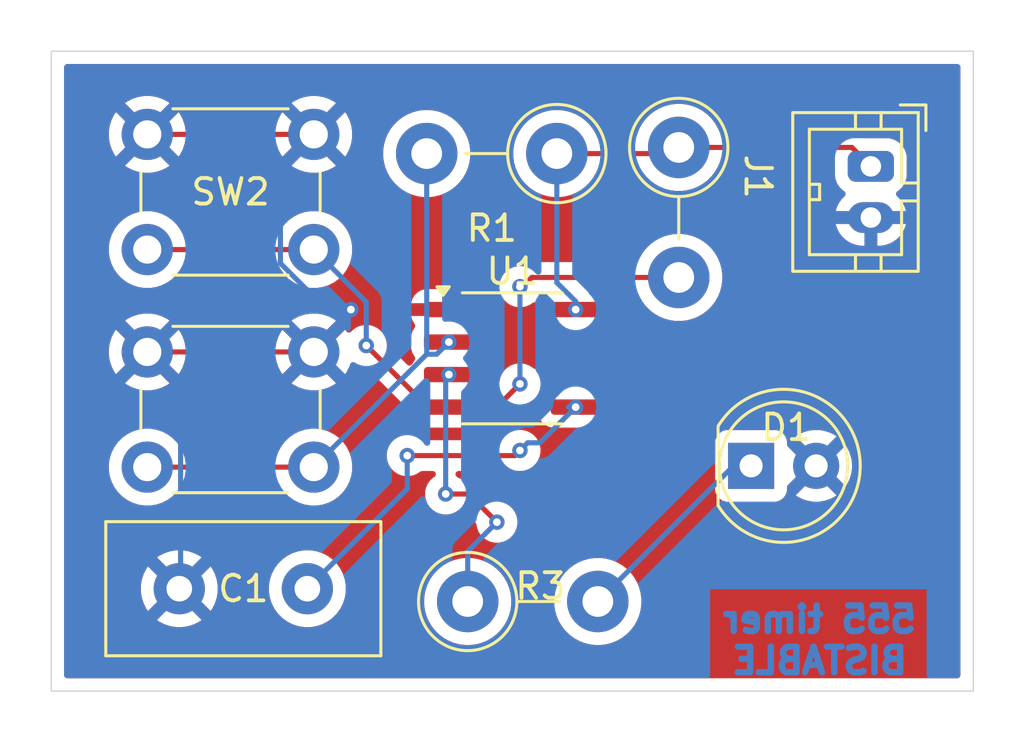
<source format=kicad_pcb>
(kicad_pcb (version 20241229) (generator "pcbnew") (generator_version "9.0")
  (layers (0 "F.Cu" signal) (2 "B.Cu" signal) (13 "F.Paste" user) (15 "B.Paste" user) (5 "F.SilkS" user "F.Silkscreen") (7 "B.SilkS" user "B.Silkscreen") (1 "F.Mask" user) (3 "B.Mask" user) (25 "Edge.Cuts" user))
  (net 0 "")
  (net 1 "Net-(U1-CV)")
  (net 2 "Net-(D1-K)")
  (net 3 "Net-(U1-TR)")
  (net 4 "Net-(U1-R)")
  (net 5 "Net-(U1-Q)")
  (net 8 "GND")
  (net 9 "+12C")
  (footprint "Button_Switch_THT:SW_PUSH_6mm_H4.3mm" (layer "F.Cu") (at 138.75 83.25)
    (property "Reference" "SW2" (at 3.25 2.25 180) (layer "F.SilkS"))
    (property "Value" "SW_Push" (hide yes))
    (fp_line (start -0.25 1.5) (end -0.25 3) (stroke (width 0.12)) (layer "F.SilkS"))
    (fp_line (start 1 5.5) (end 5.5 5.5) (stroke (width 0.12)) (layer "F.SilkS"))
    (fp_line (start 5.5 -1) (end 1 -1) (stroke (width 0.12)) (layer "F.SilkS"))
    (fp_line (start 6.75 3) (end 6.75 1.5) (stroke (width 0.12)) (layer "F.SilkS"))
    (pad "1" thru_hole circle (at 0 0 90) (size 2 2) (drill 1.1) (layers "*.Cu" "*.Mask") (net 8 "GND"))
    (pad "1" thru_hole circle (at 6.5 0 90) (size 2 2) (drill 1.1) (layers "*.Cu" "*.Mask") (net 8 "GND"))
    (pad "2" thru_hole circle (at 0 4.5 90) (size 2 2) (drill 1.1) (layers "*.Cu" "*.Mask") (net 4 "Net-(U1-R)"))
    (pad "2" thru_hole circle (at 6.5 4.5 90) (size 2 2) (drill 1.1) (layers "*.Cu" "*.Mask") (net 4 "Net-(U1-R)"))
  )
  (footprint "Resistor_THT:R_Axial_DIN0411_L9.9mm_D3.6mm_P5.08mm_Vertical" (layer "F.Cu") (at 159.5 83.76 -90)
    (property "Reference" "R2" (hide yes))
    (property "Value" "R")
    (fp_line (start 1.92 0) (end 3.58 0) (stroke (width 0.12)) (layer "F.SilkS"))
    (fp_circle (center 0 0) (end 1.92 0) (stroke (width 0.12)) (fill no) (layer "F.SilkS"))
    (pad "1" thru_hole circle (at 0 0 270) (size 2.4 2.4) (drill 1.2) (layers "*.Cu" "*.Mask") (net 9 "+12C"))
    (pad "2" thru_hole circle (at 5.08 0 270) (size 2.4 2.4) (drill 1.2) (layers "*.Cu" "*.Mask") (net 4 "Net-(U1-R)"))
  )
  (footprint "Package_SO:SOIC-8_3.9x4.9mm_P1.27mm" (layer "F.Cu") (at 153 92)
    (property "Reference" "U1" (at 0 -3.4 0) (layer "F.SilkS"))
    (property "Value" "LM555xM")
    (fp_line (start 0 -2.56) (end -1.95 -2.56) (stroke (width 0.12)) (layer "F.SilkS"))
    (fp_line (start 0 -2.56) (end 1.95 -2.56) (stroke (width 0.12)) (layer "F.SilkS"))
    (fp_line (start 0 2.56) (end -1.95 2.56) (stroke (width 0.12)) (layer "F.SilkS"))
    (fp_line (start 0 2.56) (end 1.95 2.56) (stroke (width 0.12)) (layer "F.SilkS"))
    (fp_poly (pts (xy -2.7 -2.465) (xy -2.94 -2.795) (xy -2.46 -2.795)) (stroke (width 0.12)) (fill yes) (layer "F.SilkS"))
    (pad "1" smd roundrect (at -2.475 -1.905) (size 1.95 0.6) (layers "F.Cu" "F.Mask" "F.Paste") (net 8 "GND"))
    (pad "2" smd roundrect (at -2.475 -0.635) (size 1.95 0.6) (layers "F.Cu" "F.Mask" "F.Paste") (net 3 "Net-(U1-TR)"))
    (pad "3" smd roundrect (at -2.475 0.635) (size 1.95 0.6) (layers "F.Cu" "F.Mask" "F.Paste") (net 5 "Net-(U1-Q)"))
    (pad "4" smd roundrect (at -2.475 1.905) (size 1.95 0.6) (layers "F.Cu" "F.Mask" "F.Paste") (net 4 "Net-(U1-R)"))
    (pad "5" smd roundrect (at 2.475 1.905) (size 1.95 0.6) (layers "F.Cu" "F.Mask" "F.Paste") (net 1 "Net-(U1-CV)"))
    (pad "6" smd roundrect (at 2.475 0.635) (size 1.95 0.6) (layers "F.Cu" "F.Mask" "F.Paste"))
    (pad "7" smd roundrect (at 2.475 -0.635) (size 1.95 0.6) (layers "F.Cu" "F.Mask" "F.Paste"))
    (pad "8" smd roundrect (at 2.475 -1.905) (size 1.95 0.6) (layers "F.Cu" "F.Mask" "F.Paste") (net 9 "+12C"))
  )
  (footprint "Resistor_THT:R_Axial_DIN0411_L9.9mm_D3.6mm_P5.08mm_Vertical" (layer "F.Cu") (at 151.26 101.5)
    (property "Reference" "R3" (at 2.84 -0.6 0) (layer "F.SilkS"))
    (property "Value" "R")
    (fp_line (start 1.92 0) (end 3.58 0) (stroke (width 0.12)) (layer "F.SilkS"))
    (fp_circle (center 0 0) (end 1.92 0) (stroke (width 0.12)) (fill no) (layer "F.SilkS"))
    (pad "1" thru_hole circle (at 0 0) (size 2.4 2.4) (drill 1.2) (layers "*.Cu" "*.Mask") (net 5 "Net-(U1-Q)"))
    (pad "2" thru_hole circle (at 5.08 0) (size 2.4 2.4) (drill 1.2) (layers "*.Cu" "*.Mask") (net 2 "Net-(D1-K)"))
  )
  (footprint "Resistor_THT:R_Axial_DIN0411_L9.9mm_D3.6mm_P5.08mm_Vertical" (layer "F.Cu") (at 154.74 84 180)
    (property "Reference" "R1" (at 2.54 -2.92 0) (layer "F.SilkS"))
    (property "Value" "R")
    (fp_line (start 1.92 0) (end 3.58 0) (stroke (width 0.12)) (layer "F.SilkS"))
    (fp_circle (center 0 0) (end 1.92 0) (stroke (width 0.12)) (fill no) (layer "F.SilkS"))
    (pad "1" thru_hole circle (at 0 0 180) (size 2.4 2.4) (drill 1.2) (layers "*.Cu" "*.Mask") (net 9 "+12C"))
    (pad "2" thru_hole circle (at 5.08 0 180) (size 2.4 2.4) (drill 1.2) (layers "*.Cu" "*.Mask") (net 3 "Net-(U1-TR)"))
  )
  (footprint "Connector_TE-Connectivity:TE_440054-2_1x02_P2.00mm_Vertical" (layer "F.Cu") (at 167 84.5 -90)
    (property "Reference" "J1" (at 0.4 4.4 270) (layer "F.SilkS"))
    (property "Value" "Conn_01x02_Pin" (hide yes))
    (fp_line (start -1.45 2.4) (end -1.45 -1.2) (stroke (width 0.12)) (layer "F.SilkS"))
    (fp_line (start 0.7 2.4) (end 0.7 2) (stroke (width 0.12)) (layer "F.SilkS"))
    (fp_line (start 3.45 2.4) (end -1.45 2.4) (stroke (width 0.12)) (layer "F.SilkS"))
    (fp_line (start 0.7 2) (end 1.3 2) (stroke (width 0.12)) (layer "F.SilkS"))
    (fp_line (start 1.3 2) (end 1.3 2.4) (stroke (width 0.12)) (layer "F.SilkS"))
    (fp_line (start -2.1 0.6) (end -1.45 0.6) (stroke (width 0.12)) (layer "F.SilkS"))
    (fp_line (start 3.45 0.6) (end 4.1 0.6) (stroke (width 0.12)) (layer "F.SilkS"))
    (fp_line (start -2.1 -0.4) (end -1.45 -0.4) (stroke (width 0.12)) (layer "F.SilkS"))
    (fp_line (start 3.45 -0.4) (end 4.1 -0.4) (stroke (width 0.12)) (layer "F.SilkS"))
    (fp_line (start -1.45 -1.2) (end 0.65 -1.2) (stroke (width 0.12)) (layer "F.SilkS"))
    (fp_line (start 3.45 -1.2) (end 3.45 2.4) (stroke (width 0.12)) (layer "F.SilkS"))
    (fp_line (start 3.45 -1.2) (end 1.35 -1.2) (stroke (width 0.12)) (layer "F.SilkS"))
    (fp_line (start 0.65 -1.85) (end 0.65 -1.2) (stroke (width 0.12)) (layer "F.SilkS"))
    (fp_line (start 1.35 -1.85) (end 1.35 -1.2) (stroke (width 0.12)) (layer "F.SilkS"))
    (fp_line (start -2.4 -2.15) (end -2.4 -1.15) (stroke (width 0.12)) (layer "F.SilkS"))
    (fp_line (start -2.4 -2.15) (end -1.4 -2.15) (stroke (width 0.12)) (layer "F.SilkS"))
    (fp_rect (start -2.1 -1.85) (end 4.1 3.05) (stroke (width 0.12)) (fill no) (layer "F.SilkS"))
    (pad "1" thru_hole roundrect (at 0 0 270) (size 1.2 1.8) (drill 0.8) (layers "*.Cu" "*.Mask") (net 9 "+12C"))
    (pad "2" thru_hole oval (at 2 0 270) (size 1.2 1.8) (drill 0.8) (layers "*.Cu" "*.Mask") (net 8 "GND"))
  )
  (footprint "Capacitor_THT:C_Disc_D10.5mm_W5.0mm_P5.00mm" (layer "F.Cu") (at 145 101 180)
    (property "Reference" "C1" (at 2.5 0 0) (layer "F.SilkS"))
    (property "Value" "C" (hide yes))
    (fp_line (start 7.87 -2.62) (end 7.87 2.62) (stroke (width 0.12)) (layer "F.SilkS"))
    (fp_line (start -2.87 2.62) (end 7.87 2.62) (stroke (width 0.12)) (layer "F.SilkS"))
    (fp_line (start -2.87 -2.62) (end 7.87 -2.62) (stroke (width 0.12)) (layer "F.SilkS"))
    (fp_line (start -2.87 -2.62) (end -2.87 2.62) (stroke (width 0.12)) (layer "F.SilkS"))
    (pad "1" thru_hole circle (at 0 0 180) (size 2 2) (drill 1) (layers "*.Cu" "*.Mask") (net 1 "Net-(U1-CV)"))
    (pad "2" thru_hole circle (at 5 0 180) (size 2 2) (drill 1) (layers "*.Cu" "*.Mask") (net 8 "GND"))
  )
  (footprint "Button_Switch_THT:SW_PUSH_6mm_H4.3mm" (layer "F.Cu") (at 138.75 91.75)
    (property "Reference" "SW1" (hide yes))
    (property "Value" "SW_Push" (hide yes))
    (fp_line (start -0.25 1.5) (end -0.25 3) (stroke (width 0.12)) (layer "F.SilkS"))
    (fp_line (start 1 5.5) (end 5.5 5.5) (stroke (width 0.12)) (layer "F.SilkS"))
    (fp_line (start 5.5 -1) (end 1 -1) (stroke (width 0.12)) (layer "F.SilkS"))
    (fp_line (start 6.75 3) (end 6.75 1.5) (stroke (width 0.12)) (layer "F.SilkS"))
    (pad "1" thru_hole circle (at 0 0 90) (size 2 2) (drill 1.1) (layers "*.Cu" "*.Mask") (net 8 "GND"))
    (pad "1" thru_hole circle (at 6.5 0 90) (size 2 2) (drill 1.1) (layers "*.Cu" "*.Mask") (net 8 "GND"))
    (pad "2" thru_hole circle (at 0 4.5 90) (size 2 2) (drill 1.1) (layers "*.Cu" "*.Mask") (net 3 "Net-(U1-TR)"))
    (pad "2" thru_hole circle (at 6.5 4.5 90) (size 2 2) (drill 1.1) (layers "*.Cu" "*.Mask") (net 3 "Net-(U1-TR)"))
  )
  (footprint "LED_THT:LED_D5.0mm_Clear" (layer "F.Cu") (at 162.325 96.2)
    (property "Reference" "D1" (at 1.375 -1.5 0) (layer "F.SilkS"))
    (property "Value" "LED")
    (fp_line (start -1.29 -1.545) (end -1.29 1.545) (stroke (width 0.12)) (layer "F.SilkS"))
    (fp_arc (start -1.29 -1.54483) (mid 2.071779 -2.880495) (end 4.26 0) (stroke (width 0.12)) (layer "F.SilkS"))
    (fp_arc (start 4.26 0) (mid 2.071779 2.880495) (end -1.29 1.54483) (stroke (width 0.12)) (layer "F.SilkS"))
    (fp_circle (center 1.27 0) (end 3.77 0) (stroke (width 0.12)) (fill no) (layer "F.SilkS"))
    (pad "1" thru_hole rect (at 0 0) (size 1.8 1.8) (drill 0.9) (layers "*.Cu" "*.Mask") (net 2 "Net-(D1-K)"))
    (pad "2" thru_hole circle (at 2.54 0) (size 1.8 1.8) (drill 0.9) (layers "*.Cu" "*.Mask") (net 8 "GND"))
  )
  (gr_line (start 135 105) (end 135 80) (stroke (width 0.05)) (layer "Edge.Cuts"))
  (gr_line (start 171 105) (end 135 105) (stroke (width 0.05)) (layer "Edge.Cuts"))
  (gr_line (start 135 80) (end 171 80) (stroke (width 0.05)) (layer "Edge.Cuts"))
  (gr_line (start 171 80) (end 171 105) (stroke (width 0.05)) (layer "Edge.Cuts"))
  (gr_text "555 timer\nBISTABLE\n" (at 165 104.4 0) (layer "B.Cu") (effects (font (size 1 1) (thickness 0.25) (bold yes)) (justify bottom mirror)))
  (segment (start 148.9 95.8) (end 153.1 95.8) (width 0.2) (layer "F.Cu") (net 1))
  (segment (start 153.1 95.8) (end 153.3 95.6) (width 0.2) (layer "F.Cu") (net 1))
  (via (at 153.3 95.6) (size 0.6) (drill 0.3) (layers "F.Cu" "B.Cu") (net 1))
  (via (at 148.9 95.8) (size 0.6) (drill 0.3) (layers "F.Cu" "B.Cu") (net 1))
  (via (at 155.475 93.905) (size 0.6) (drill 0.3) (layers "F.Cu" "B.Cu") (net 1))
  (segment (start 155.195 93.905) (end 155.475 93.905) (width 0.2) (layer "B.Cu") (net 1))
  (segment (start 154.08 95.3) (end 155.475 93.905) (width 0.2) (layer "B.Cu") (net 1))
  (segment (start 145 101) (end 148.9 97.1) (width 0.2) (layer "B.Cu") (net 1))
  (segment (start 153.6 95.3) (end 154.08 95.3) (width 0.2) (layer "B.Cu") (net 1))
  (segment (start 153.3 95.6) (end 153.6 95.3) (width 0.2) (layer "B.Cu") (net 1))
  (segment (start 148.9 97.1) (end 148.9 95.8) (width 0.2) (layer "B.Cu") (net 1))
  (segment (start 156.34 101.5) (end 161.64 96.2) (width 0.2) (layer "B.Cu") (net 2))
  (segment (start 161.64 96.2) (end 162.325 96.2) (width 0.2) (layer "B.Cu") (net 2))
  (segment (start 138.75 96.25) (end 145.25 96.25) (width 0.2) (layer "F.Cu") (net 3))
  (via (at 150.525 91.365) (size 0.6) (drill 0.3) (layers "F.Cu" "B.Cu") (net 3))
  (segment (start 150.05 91.84) (end 150.525 91.365) (width 0.2) (layer "B.Cu") (net 3))
  (segment (start 149.66 91.84) (end 150.05 91.84) (width 0.2) (layer "B.Cu") (net 3))
  (segment (start 149.66 91.84) (end 149.66 84) (width 0.2) (layer "B.Cu") (net 3))
  (segment (start 145.25 96.25) (end 149.66 91.84) (width 0.2) (layer "B.Cu") (net 3))
  (segment (start 153.4 89.2) (end 153.76 88.84) (width 0.2) (layer "F.Cu") (net 4))
  (segment (start 149.705 93.905) (end 150.525 93.905) (width 0.2) (layer "F.Cu") (net 4))
  (segment (start 138.75 87.75) (end 145.25 87.75) (width 0.2) (layer "F.Cu") (net 4))
  (segment (start 152.395 93.905) (end 153.3 93) (width 0.2) (layer "F.Cu") (net 4))
  (segment (start 150.525 93.905) (end 152.395 93.905) (width 0.2) (layer "F.Cu") (net 4))
  (segment (start 147.3 91.5) (end 149.705 93.905) (width 0.2) (layer "F.Cu") (net 4))
  (segment (start 153.3 89.2) (end 153.4 89.2) (width 0.2) (layer "F.Cu") (net 4))
  (segment (start 153.76 88.84) (end 159.5 88.84) (width 0.2) (layer "F.Cu") (net 4))
  (via (at 147.3 91.5) (size 0.6) (drill 0.3) (layers "F.Cu" "B.Cu") (net 4))
  (via (at 153.3 89.2) (size 0.6) (drill 0.3) (layers "F.Cu" "B.Cu") (net 4))
  (via (at 153.3 93) (size 0.6) (drill 0.3) (layers "F.Cu" "B.Cu") (net 4))
  (segment (start 153.3 93) (end 153.3 89.2) (width 0.2) (layer "B.Cu") (net 4))
  (segment (start 147.3 89.8) (end 147.3 91.5) (width 0.2) (layer "B.Cu") (net 4))
  (segment (start 153.3 89.1) (end 153.3 89.2) (width 0.2) (layer "B.Cu") (net 4))
  (segment (start 145.25 87.75) (end 147.3 89.8) (width 0.2) (layer "B.Cu") (net 4))
  (segment (start 152.4 98.4) (end 151.3 97.3) (width 0.2) (layer "F.Cu") (net 5))
  (segment (start 151.3 97.3) (end 150.4 97.3) (width 0.2) (layer "F.Cu") (net 5))
  (via (at 150.525 92.635) (size 0.6) (drill 0.3) (layers "F.Cu" "B.Cu") (net 5))
  (via (at 150.4 97.3) (size 0.6) (drill 0.3) (layers "F.Cu" "B.Cu") (net 5))
  (via (at 152.4 98.4) (size 0.6) (drill 0.3) (layers "F.Cu" "B.Cu") (net 5))
  (segment (start 150.4 97.3) (end 150.4 92.76) (width 0.2) (layer "B.Cu") (net 5))
  (segment (start 151.26 101.5) (end 151.26 99.54) (width 0.2) (layer "B.Cu") (net 5))
  (segment (start 151.26 99.54) (end 152.4 98.4) (width 0.2) (layer "B.Cu") (net 5))
  (segment (start 150.4 92.76) (end 150.525 92.635) (width 0.2) (layer "B.Cu") (net 5))
  (segment (start 154.12 86.5) (end 150.525 90.095) (width 0.2) (layer "F.Cu") (net 8))
  (segment (start 146.905 90.095) (end 150.525 90.095) (width 0.2) (layer "F.Cu") (net 8))
  (segment (start 145.25 91.75) (end 146.905 90.095) (width 0.2) (layer "F.Cu") (net 8))
  (segment (start 138.75 91.75) (end 145.25 91.75) (width 0.2) (layer "F.Cu") (net 8))
  (segment (start 138.75 83.25) (end 145.25 83.25) (width 0.2) (layer "F.Cu") (net 8))
  (segment (start 167 86.5) (end 154.12 86.5) (width 0.2) (layer "F.Cu") (net 8))
  (via (at 146.7 90.095) (size 0.6) (drill 0.3) (layers "F.Cu" "B.Cu") (net 8))
  (segment (start 143.949 84.551) (end 143.949 88.288892) (width 0.2) (layer "B.Cu") (net 8))
  (segment (start 143.949 88.288892) (end 145.755108 90.095) (width 0.2) (layer "B.Cu") (net 8))
  (segment (start 145.755108 90.095) (end 146.7 90.095) (width 0.2) (layer "B.Cu") (net 8))
  (segment (start 140.051 100.949) (end 140 101) (width 0.2) (layer "B.Cu") (net 8))
  (segment (start 145.25 83.25) (end 143.949 84.551) (width 0.2) (layer "B.Cu") (net 8))
  (segment (start 140.051 93.051) (end 140.051 100.949) (width 0.2) (layer "B.Cu") (net 8))
  (segment (start 167.265 86.765) (end 167 86.5) (width 0.2) (layer "B.Cu") (net 8))
  (segment (start 167 94.065) (end 164.865 96.2) (width 0.2) (layer "B.Cu") (net 8))
  (segment (start 167 86.5) (end 167 94.065) (width 0.2) (layer "B.Cu") (net 8))
  (segment (start 138.75 91.75) (end 140.051 93.051) (width 0.2) (layer "B.Cu") (net 8))
  (segment (start 159.26 84) (end 159.5 83.76) (width 0.2) (layer "F.Cu") (net 9))
  (segment (start 166.26 83.76) (end 167 84.5) (width 0.2) (layer "F.Cu") (net 9))
  (segment (start 159.5 83.76) (end 166.26 83.76) (width 0.2) (layer "F.Cu") (net 9))
  (segment (start 154.74 84) (end 159.26 84) (width 0.2) (layer "F.Cu") (net 9))
  (via (at 155.475 90.095) (size 0.6) (drill 0.3) (layers "F.Cu" "B.Cu") (net 9))
  (segment (start 154.74 84) (end 154.74 89.04) (width 0.2) (layer "B.Cu") (net 9))
  (segment (start 155.475 89.775) (end 155.475 90.095) (width 0.2) (layer "B.Cu") (net 9))
  (segment (start 154.74 89.04) (end 155.475 89.775) (width 0.2) (layer "B.Cu") (net 9))
  (zone (net 8) (net_name "GND") (layers "F.Cu" "B.Cu") (connect_pads (clearance 0.5)) (min_thickness 0.25) (fill yes (thermal_gap 0.5) (thermal_bridge_width 0.5))
    (polygon (pts (xy 133 78) (xy 173 78) (xy 173 106) (xy 133 107)))
  )
)
</source>
